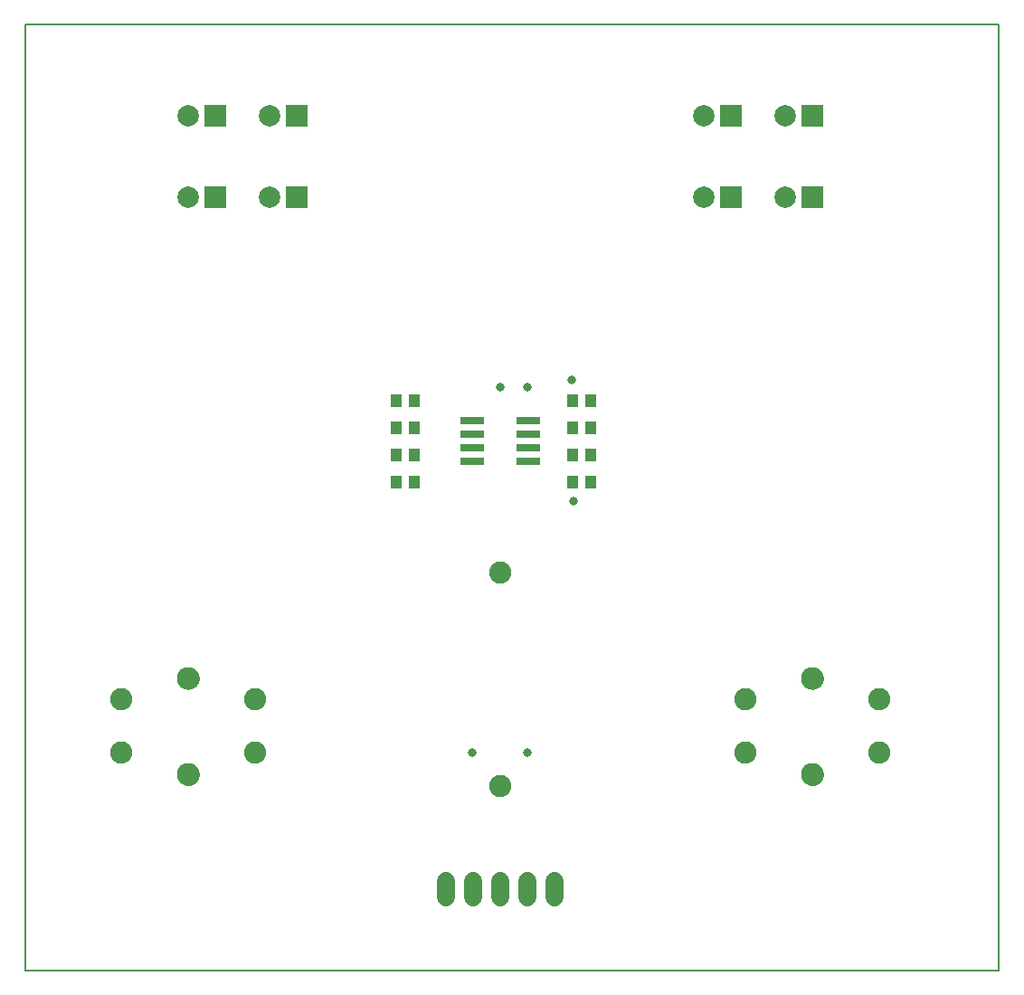
<source format=gts>
G75*
%MOIN*%
%OFA0B0*%
%FSLAX25Y25*%
%IPPOS*%
%LPD*%
%AMOC8*
5,1,8,0,0,1.08239X$1,22.5*
%
%ADD10C,0.00600*%
%ADD11C,0.08177*%
%ADD12R,0.07900X0.07900*%
%ADD13C,0.07900*%
%ADD14C,0.00000*%
%ADD15C,0.08374*%
%ADD16R,0.04437X0.04831*%
%ADD17R,0.09161X0.02862*%
%ADD18C,0.06500*%
%ADD19C,0.03278*%
D10*
X0001300Y0001300D02*
X0001300Y0350001D01*
X0360001Y0350001D01*
X0360001Y0001300D01*
X0001300Y0001300D01*
D11*
X0036694Y0081457D03*
X0036694Y0101143D03*
X0085906Y0101143D03*
X0085906Y0081457D03*
X0176300Y0069213D03*
X0176300Y0147954D03*
X0266694Y0101143D03*
X0266694Y0081457D03*
X0315906Y0081457D03*
X0315906Y0101143D03*
D12*
X0291300Y0286300D03*
X0261300Y0286300D03*
X0261300Y0316300D03*
X0291300Y0316300D03*
X0101300Y0316300D03*
X0101300Y0286300D03*
X0071300Y0286300D03*
X0071300Y0316300D03*
D13*
X0061300Y0316300D03*
X0061300Y0286300D03*
X0091300Y0286300D03*
X0091300Y0316300D03*
X0251300Y0316300D03*
X0281300Y0316300D03*
X0281300Y0286300D03*
X0251300Y0286300D03*
D14*
X0287363Y0109017D02*
X0287365Y0109142D01*
X0287371Y0109267D01*
X0287381Y0109391D01*
X0287395Y0109515D01*
X0287412Y0109639D01*
X0287434Y0109762D01*
X0287460Y0109884D01*
X0287489Y0110006D01*
X0287522Y0110126D01*
X0287560Y0110245D01*
X0287600Y0110364D01*
X0287645Y0110480D01*
X0287693Y0110595D01*
X0287745Y0110709D01*
X0287801Y0110821D01*
X0287860Y0110931D01*
X0287922Y0111039D01*
X0287988Y0111146D01*
X0288057Y0111250D01*
X0288130Y0111351D01*
X0288205Y0111451D01*
X0288284Y0111548D01*
X0288366Y0111642D01*
X0288451Y0111734D01*
X0288538Y0111823D01*
X0288629Y0111909D01*
X0288722Y0111992D01*
X0288818Y0112073D01*
X0288916Y0112150D01*
X0289016Y0112224D01*
X0289119Y0112295D01*
X0289224Y0112362D01*
X0289332Y0112427D01*
X0289441Y0112487D01*
X0289552Y0112545D01*
X0289665Y0112598D01*
X0289779Y0112648D01*
X0289895Y0112695D01*
X0290012Y0112737D01*
X0290131Y0112776D01*
X0290251Y0112812D01*
X0290372Y0112843D01*
X0290494Y0112871D01*
X0290616Y0112894D01*
X0290740Y0112914D01*
X0290864Y0112930D01*
X0290988Y0112942D01*
X0291113Y0112950D01*
X0291238Y0112954D01*
X0291362Y0112954D01*
X0291487Y0112950D01*
X0291612Y0112942D01*
X0291736Y0112930D01*
X0291860Y0112914D01*
X0291984Y0112894D01*
X0292106Y0112871D01*
X0292228Y0112843D01*
X0292349Y0112812D01*
X0292469Y0112776D01*
X0292588Y0112737D01*
X0292705Y0112695D01*
X0292821Y0112648D01*
X0292935Y0112598D01*
X0293048Y0112545D01*
X0293159Y0112487D01*
X0293269Y0112427D01*
X0293376Y0112362D01*
X0293481Y0112295D01*
X0293584Y0112224D01*
X0293684Y0112150D01*
X0293782Y0112073D01*
X0293878Y0111992D01*
X0293971Y0111909D01*
X0294062Y0111823D01*
X0294149Y0111734D01*
X0294234Y0111642D01*
X0294316Y0111548D01*
X0294395Y0111451D01*
X0294470Y0111351D01*
X0294543Y0111250D01*
X0294612Y0111146D01*
X0294678Y0111039D01*
X0294740Y0110931D01*
X0294799Y0110821D01*
X0294855Y0110709D01*
X0294907Y0110595D01*
X0294955Y0110480D01*
X0295000Y0110364D01*
X0295040Y0110245D01*
X0295078Y0110126D01*
X0295111Y0110006D01*
X0295140Y0109884D01*
X0295166Y0109762D01*
X0295188Y0109639D01*
X0295205Y0109515D01*
X0295219Y0109391D01*
X0295229Y0109267D01*
X0295235Y0109142D01*
X0295237Y0109017D01*
X0295235Y0108892D01*
X0295229Y0108767D01*
X0295219Y0108643D01*
X0295205Y0108519D01*
X0295188Y0108395D01*
X0295166Y0108272D01*
X0295140Y0108150D01*
X0295111Y0108028D01*
X0295078Y0107908D01*
X0295040Y0107789D01*
X0295000Y0107670D01*
X0294955Y0107554D01*
X0294907Y0107439D01*
X0294855Y0107325D01*
X0294799Y0107213D01*
X0294740Y0107103D01*
X0294678Y0106995D01*
X0294612Y0106888D01*
X0294543Y0106784D01*
X0294470Y0106683D01*
X0294395Y0106583D01*
X0294316Y0106486D01*
X0294234Y0106392D01*
X0294149Y0106300D01*
X0294062Y0106211D01*
X0293971Y0106125D01*
X0293878Y0106042D01*
X0293782Y0105961D01*
X0293684Y0105884D01*
X0293584Y0105810D01*
X0293481Y0105739D01*
X0293376Y0105672D01*
X0293268Y0105607D01*
X0293159Y0105547D01*
X0293048Y0105489D01*
X0292935Y0105436D01*
X0292821Y0105386D01*
X0292705Y0105339D01*
X0292588Y0105297D01*
X0292469Y0105258D01*
X0292349Y0105222D01*
X0292228Y0105191D01*
X0292106Y0105163D01*
X0291984Y0105140D01*
X0291860Y0105120D01*
X0291736Y0105104D01*
X0291612Y0105092D01*
X0291487Y0105084D01*
X0291362Y0105080D01*
X0291238Y0105080D01*
X0291113Y0105084D01*
X0290988Y0105092D01*
X0290864Y0105104D01*
X0290740Y0105120D01*
X0290616Y0105140D01*
X0290494Y0105163D01*
X0290372Y0105191D01*
X0290251Y0105222D01*
X0290131Y0105258D01*
X0290012Y0105297D01*
X0289895Y0105339D01*
X0289779Y0105386D01*
X0289665Y0105436D01*
X0289552Y0105489D01*
X0289441Y0105547D01*
X0289331Y0105607D01*
X0289224Y0105672D01*
X0289119Y0105739D01*
X0289016Y0105810D01*
X0288916Y0105884D01*
X0288818Y0105961D01*
X0288722Y0106042D01*
X0288629Y0106125D01*
X0288538Y0106211D01*
X0288451Y0106300D01*
X0288366Y0106392D01*
X0288284Y0106486D01*
X0288205Y0106583D01*
X0288130Y0106683D01*
X0288057Y0106784D01*
X0287988Y0106888D01*
X0287922Y0106995D01*
X0287860Y0107103D01*
X0287801Y0107213D01*
X0287745Y0107325D01*
X0287693Y0107439D01*
X0287645Y0107554D01*
X0287600Y0107670D01*
X0287560Y0107789D01*
X0287522Y0107908D01*
X0287489Y0108028D01*
X0287460Y0108150D01*
X0287434Y0108272D01*
X0287412Y0108395D01*
X0287395Y0108519D01*
X0287381Y0108643D01*
X0287371Y0108767D01*
X0287365Y0108892D01*
X0287363Y0109017D01*
X0287363Y0073583D02*
X0287365Y0073708D01*
X0287371Y0073833D01*
X0287381Y0073957D01*
X0287395Y0074081D01*
X0287412Y0074205D01*
X0287434Y0074328D01*
X0287460Y0074450D01*
X0287489Y0074572D01*
X0287522Y0074692D01*
X0287560Y0074811D01*
X0287600Y0074930D01*
X0287645Y0075046D01*
X0287693Y0075161D01*
X0287745Y0075275D01*
X0287801Y0075387D01*
X0287860Y0075497D01*
X0287922Y0075605D01*
X0287988Y0075712D01*
X0288057Y0075816D01*
X0288130Y0075917D01*
X0288205Y0076017D01*
X0288284Y0076114D01*
X0288366Y0076208D01*
X0288451Y0076300D01*
X0288538Y0076389D01*
X0288629Y0076475D01*
X0288722Y0076558D01*
X0288818Y0076639D01*
X0288916Y0076716D01*
X0289016Y0076790D01*
X0289119Y0076861D01*
X0289224Y0076928D01*
X0289332Y0076993D01*
X0289441Y0077053D01*
X0289552Y0077111D01*
X0289665Y0077164D01*
X0289779Y0077214D01*
X0289895Y0077261D01*
X0290012Y0077303D01*
X0290131Y0077342D01*
X0290251Y0077378D01*
X0290372Y0077409D01*
X0290494Y0077437D01*
X0290616Y0077460D01*
X0290740Y0077480D01*
X0290864Y0077496D01*
X0290988Y0077508D01*
X0291113Y0077516D01*
X0291238Y0077520D01*
X0291362Y0077520D01*
X0291487Y0077516D01*
X0291612Y0077508D01*
X0291736Y0077496D01*
X0291860Y0077480D01*
X0291984Y0077460D01*
X0292106Y0077437D01*
X0292228Y0077409D01*
X0292349Y0077378D01*
X0292469Y0077342D01*
X0292588Y0077303D01*
X0292705Y0077261D01*
X0292821Y0077214D01*
X0292935Y0077164D01*
X0293048Y0077111D01*
X0293159Y0077053D01*
X0293269Y0076993D01*
X0293376Y0076928D01*
X0293481Y0076861D01*
X0293584Y0076790D01*
X0293684Y0076716D01*
X0293782Y0076639D01*
X0293878Y0076558D01*
X0293971Y0076475D01*
X0294062Y0076389D01*
X0294149Y0076300D01*
X0294234Y0076208D01*
X0294316Y0076114D01*
X0294395Y0076017D01*
X0294470Y0075917D01*
X0294543Y0075816D01*
X0294612Y0075712D01*
X0294678Y0075605D01*
X0294740Y0075497D01*
X0294799Y0075387D01*
X0294855Y0075275D01*
X0294907Y0075161D01*
X0294955Y0075046D01*
X0295000Y0074930D01*
X0295040Y0074811D01*
X0295078Y0074692D01*
X0295111Y0074572D01*
X0295140Y0074450D01*
X0295166Y0074328D01*
X0295188Y0074205D01*
X0295205Y0074081D01*
X0295219Y0073957D01*
X0295229Y0073833D01*
X0295235Y0073708D01*
X0295237Y0073583D01*
X0295235Y0073458D01*
X0295229Y0073333D01*
X0295219Y0073209D01*
X0295205Y0073085D01*
X0295188Y0072961D01*
X0295166Y0072838D01*
X0295140Y0072716D01*
X0295111Y0072594D01*
X0295078Y0072474D01*
X0295040Y0072355D01*
X0295000Y0072236D01*
X0294955Y0072120D01*
X0294907Y0072005D01*
X0294855Y0071891D01*
X0294799Y0071779D01*
X0294740Y0071669D01*
X0294678Y0071561D01*
X0294612Y0071454D01*
X0294543Y0071350D01*
X0294470Y0071249D01*
X0294395Y0071149D01*
X0294316Y0071052D01*
X0294234Y0070958D01*
X0294149Y0070866D01*
X0294062Y0070777D01*
X0293971Y0070691D01*
X0293878Y0070608D01*
X0293782Y0070527D01*
X0293684Y0070450D01*
X0293584Y0070376D01*
X0293481Y0070305D01*
X0293376Y0070238D01*
X0293268Y0070173D01*
X0293159Y0070113D01*
X0293048Y0070055D01*
X0292935Y0070002D01*
X0292821Y0069952D01*
X0292705Y0069905D01*
X0292588Y0069863D01*
X0292469Y0069824D01*
X0292349Y0069788D01*
X0292228Y0069757D01*
X0292106Y0069729D01*
X0291984Y0069706D01*
X0291860Y0069686D01*
X0291736Y0069670D01*
X0291612Y0069658D01*
X0291487Y0069650D01*
X0291362Y0069646D01*
X0291238Y0069646D01*
X0291113Y0069650D01*
X0290988Y0069658D01*
X0290864Y0069670D01*
X0290740Y0069686D01*
X0290616Y0069706D01*
X0290494Y0069729D01*
X0290372Y0069757D01*
X0290251Y0069788D01*
X0290131Y0069824D01*
X0290012Y0069863D01*
X0289895Y0069905D01*
X0289779Y0069952D01*
X0289665Y0070002D01*
X0289552Y0070055D01*
X0289441Y0070113D01*
X0289331Y0070173D01*
X0289224Y0070238D01*
X0289119Y0070305D01*
X0289016Y0070376D01*
X0288916Y0070450D01*
X0288818Y0070527D01*
X0288722Y0070608D01*
X0288629Y0070691D01*
X0288538Y0070777D01*
X0288451Y0070866D01*
X0288366Y0070958D01*
X0288284Y0071052D01*
X0288205Y0071149D01*
X0288130Y0071249D01*
X0288057Y0071350D01*
X0287988Y0071454D01*
X0287922Y0071561D01*
X0287860Y0071669D01*
X0287801Y0071779D01*
X0287745Y0071891D01*
X0287693Y0072005D01*
X0287645Y0072120D01*
X0287600Y0072236D01*
X0287560Y0072355D01*
X0287522Y0072474D01*
X0287489Y0072594D01*
X0287460Y0072716D01*
X0287434Y0072838D01*
X0287412Y0072961D01*
X0287395Y0073085D01*
X0287381Y0073209D01*
X0287371Y0073333D01*
X0287365Y0073458D01*
X0287363Y0073583D01*
X0057363Y0073583D02*
X0057365Y0073708D01*
X0057371Y0073833D01*
X0057381Y0073957D01*
X0057395Y0074081D01*
X0057412Y0074205D01*
X0057434Y0074328D01*
X0057460Y0074450D01*
X0057489Y0074572D01*
X0057522Y0074692D01*
X0057560Y0074811D01*
X0057600Y0074930D01*
X0057645Y0075046D01*
X0057693Y0075161D01*
X0057745Y0075275D01*
X0057801Y0075387D01*
X0057860Y0075497D01*
X0057922Y0075605D01*
X0057988Y0075712D01*
X0058057Y0075816D01*
X0058130Y0075917D01*
X0058205Y0076017D01*
X0058284Y0076114D01*
X0058366Y0076208D01*
X0058451Y0076300D01*
X0058538Y0076389D01*
X0058629Y0076475D01*
X0058722Y0076558D01*
X0058818Y0076639D01*
X0058916Y0076716D01*
X0059016Y0076790D01*
X0059119Y0076861D01*
X0059224Y0076928D01*
X0059332Y0076993D01*
X0059441Y0077053D01*
X0059552Y0077111D01*
X0059665Y0077164D01*
X0059779Y0077214D01*
X0059895Y0077261D01*
X0060012Y0077303D01*
X0060131Y0077342D01*
X0060251Y0077378D01*
X0060372Y0077409D01*
X0060494Y0077437D01*
X0060616Y0077460D01*
X0060740Y0077480D01*
X0060864Y0077496D01*
X0060988Y0077508D01*
X0061113Y0077516D01*
X0061238Y0077520D01*
X0061362Y0077520D01*
X0061487Y0077516D01*
X0061612Y0077508D01*
X0061736Y0077496D01*
X0061860Y0077480D01*
X0061984Y0077460D01*
X0062106Y0077437D01*
X0062228Y0077409D01*
X0062349Y0077378D01*
X0062469Y0077342D01*
X0062588Y0077303D01*
X0062705Y0077261D01*
X0062821Y0077214D01*
X0062935Y0077164D01*
X0063048Y0077111D01*
X0063159Y0077053D01*
X0063269Y0076993D01*
X0063376Y0076928D01*
X0063481Y0076861D01*
X0063584Y0076790D01*
X0063684Y0076716D01*
X0063782Y0076639D01*
X0063878Y0076558D01*
X0063971Y0076475D01*
X0064062Y0076389D01*
X0064149Y0076300D01*
X0064234Y0076208D01*
X0064316Y0076114D01*
X0064395Y0076017D01*
X0064470Y0075917D01*
X0064543Y0075816D01*
X0064612Y0075712D01*
X0064678Y0075605D01*
X0064740Y0075497D01*
X0064799Y0075387D01*
X0064855Y0075275D01*
X0064907Y0075161D01*
X0064955Y0075046D01*
X0065000Y0074930D01*
X0065040Y0074811D01*
X0065078Y0074692D01*
X0065111Y0074572D01*
X0065140Y0074450D01*
X0065166Y0074328D01*
X0065188Y0074205D01*
X0065205Y0074081D01*
X0065219Y0073957D01*
X0065229Y0073833D01*
X0065235Y0073708D01*
X0065237Y0073583D01*
X0065235Y0073458D01*
X0065229Y0073333D01*
X0065219Y0073209D01*
X0065205Y0073085D01*
X0065188Y0072961D01*
X0065166Y0072838D01*
X0065140Y0072716D01*
X0065111Y0072594D01*
X0065078Y0072474D01*
X0065040Y0072355D01*
X0065000Y0072236D01*
X0064955Y0072120D01*
X0064907Y0072005D01*
X0064855Y0071891D01*
X0064799Y0071779D01*
X0064740Y0071669D01*
X0064678Y0071561D01*
X0064612Y0071454D01*
X0064543Y0071350D01*
X0064470Y0071249D01*
X0064395Y0071149D01*
X0064316Y0071052D01*
X0064234Y0070958D01*
X0064149Y0070866D01*
X0064062Y0070777D01*
X0063971Y0070691D01*
X0063878Y0070608D01*
X0063782Y0070527D01*
X0063684Y0070450D01*
X0063584Y0070376D01*
X0063481Y0070305D01*
X0063376Y0070238D01*
X0063268Y0070173D01*
X0063159Y0070113D01*
X0063048Y0070055D01*
X0062935Y0070002D01*
X0062821Y0069952D01*
X0062705Y0069905D01*
X0062588Y0069863D01*
X0062469Y0069824D01*
X0062349Y0069788D01*
X0062228Y0069757D01*
X0062106Y0069729D01*
X0061984Y0069706D01*
X0061860Y0069686D01*
X0061736Y0069670D01*
X0061612Y0069658D01*
X0061487Y0069650D01*
X0061362Y0069646D01*
X0061238Y0069646D01*
X0061113Y0069650D01*
X0060988Y0069658D01*
X0060864Y0069670D01*
X0060740Y0069686D01*
X0060616Y0069706D01*
X0060494Y0069729D01*
X0060372Y0069757D01*
X0060251Y0069788D01*
X0060131Y0069824D01*
X0060012Y0069863D01*
X0059895Y0069905D01*
X0059779Y0069952D01*
X0059665Y0070002D01*
X0059552Y0070055D01*
X0059441Y0070113D01*
X0059331Y0070173D01*
X0059224Y0070238D01*
X0059119Y0070305D01*
X0059016Y0070376D01*
X0058916Y0070450D01*
X0058818Y0070527D01*
X0058722Y0070608D01*
X0058629Y0070691D01*
X0058538Y0070777D01*
X0058451Y0070866D01*
X0058366Y0070958D01*
X0058284Y0071052D01*
X0058205Y0071149D01*
X0058130Y0071249D01*
X0058057Y0071350D01*
X0057988Y0071454D01*
X0057922Y0071561D01*
X0057860Y0071669D01*
X0057801Y0071779D01*
X0057745Y0071891D01*
X0057693Y0072005D01*
X0057645Y0072120D01*
X0057600Y0072236D01*
X0057560Y0072355D01*
X0057522Y0072474D01*
X0057489Y0072594D01*
X0057460Y0072716D01*
X0057434Y0072838D01*
X0057412Y0072961D01*
X0057395Y0073085D01*
X0057381Y0073209D01*
X0057371Y0073333D01*
X0057365Y0073458D01*
X0057363Y0073583D01*
X0057363Y0109017D02*
X0057365Y0109142D01*
X0057371Y0109267D01*
X0057381Y0109391D01*
X0057395Y0109515D01*
X0057412Y0109639D01*
X0057434Y0109762D01*
X0057460Y0109884D01*
X0057489Y0110006D01*
X0057522Y0110126D01*
X0057560Y0110245D01*
X0057600Y0110364D01*
X0057645Y0110480D01*
X0057693Y0110595D01*
X0057745Y0110709D01*
X0057801Y0110821D01*
X0057860Y0110931D01*
X0057922Y0111039D01*
X0057988Y0111146D01*
X0058057Y0111250D01*
X0058130Y0111351D01*
X0058205Y0111451D01*
X0058284Y0111548D01*
X0058366Y0111642D01*
X0058451Y0111734D01*
X0058538Y0111823D01*
X0058629Y0111909D01*
X0058722Y0111992D01*
X0058818Y0112073D01*
X0058916Y0112150D01*
X0059016Y0112224D01*
X0059119Y0112295D01*
X0059224Y0112362D01*
X0059332Y0112427D01*
X0059441Y0112487D01*
X0059552Y0112545D01*
X0059665Y0112598D01*
X0059779Y0112648D01*
X0059895Y0112695D01*
X0060012Y0112737D01*
X0060131Y0112776D01*
X0060251Y0112812D01*
X0060372Y0112843D01*
X0060494Y0112871D01*
X0060616Y0112894D01*
X0060740Y0112914D01*
X0060864Y0112930D01*
X0060988Y0112942D01*
X0061113Y0112950D01*
X0061238Y0112954D01*
X0061362Y0112954D01*
X0061487Y0112950D01*
X0061612Y0112942D01*
X0061736Y0112930D01*
X0061860Y0112914D01*
X0061984Y0112894D01*
X0062106Y0112871D01*
X0062228Y0112843D01*
X0062349Y0112812D01*
X0062469Y0112776D01*
X0062588Y0112737D01*
X0062705Y0112695D01*
X0062821Y0112648D01*
X0062935Y0112598D01*
X0063048Y0112545D01*
X0063159Y0112487D01*
X0063269Y0112427D01*
X0063376Y0112362D01*
X0063481Y0112295D01*
X0063584Y0112224D01*
X0063684Y0112150D01*
X0063782Y0112073D01*
X0063878Y0111992D01*
X0063971Y0111909D01*
X0064062Y0111823D01*
X0064149Y0111734D01*
X0064234Y0111642D01*
X0064316Y0111548D01*
X0064395Y0111451D01*
X0064470Y0111351D01*
X0064543Y0111250D01*
X0064612Y0111146D01*
X0064678Y0111039D01*
X0064740Y0110931D01*
X0064799Y0110821D01*
X0064855Y0110709D01*
X0064907Y0110595D01*
X0064955Y0110480D01*
X0065000Y0110364D01*
X0065040Y0110245D01*
X0065078Y0110126D01*
X0065111Y0110006D01*
X0065140Y0109884D01*
X0065166Y0109762D01*
X0065188Y0109639D01*
X0065205Y0109515D01*
X0065219Y0109391D01*
X0065229Y0109267D01*
X0065235Y0109142D01*
X0065237Y0109017D01*
X0065235Y0108892D01*
X0065229Y0108767D01*
X0065219Y0108643D01*
X0065205Y0108519D01*
X0065188Y0108395D01*
X0065166Y0108272D01*
X0065140Y0108150D01*
X0065111Y0108028D01*
X0065078Y0107908D01*
X0065040Y0107789D01*
X0065000Y0107670D01*
X0064955Y0107554D01*
X0064907Y0107439D01*
X0064855Y0107325D01*
X0064799Y0107213D01*
X0064740Y0107103D01*
X0064678Y0106995D01*
X0064612Y0106888D01*
X0064543Y0106784D01*
X0064470Y0106683D01*
X0064395Y0106583D01*
X0064316Y0106486D01*
X0064234Y0106392D01*
X0064149Y0106300D01*
X0064062Y0106211D01*
X0063971Y0106125D01*
X0063878Y0106042D01*
X0063782Y0105961D01*
X0063684Y0105884D01*
X0063584Y0105810D01*
X0063481Y0105739D01*
X0063376Y0105672D01*
X0063268Y0105607D01*
X0063159Y0105547D01*
X0063048Y0105489D01*
X0062935Y0105436D01*
X0062821Y0105386D01*
X0062705Y0105339D01*
X0062588Y0105297D01*
X0062469Y0105258D01*
X0062349Y0105222D01*
X0062228Y0105191D01*
X0062106Y0105163D01*
X0061984Y0105140D01*
X0061860Y0105120D01*
X0061736Y0105104D01*
X0061612Y0105092D01*
X0061487Y0105084D01*
X0061362Y0105080D01*
X0061238Y0105080D01*
X0061113Y0105084D01*
X0060988Y0105092D01*
X0060864Y0105104D01*
X0060740Y0105120D01*
X0060616Y0105140D01*
X0060494Y0105163D01*
X0060372Y0105191D01*
X0060251Y0105222D01*
X0060131Y0105258D01*
X0060012Y0105297D01*
X0059895Y0105339D01*
X0059779Y0105386D01*
X0059665Y0105436D01*
X0059552Y0105489D01*
X0059441Y0105547D01*
X0059331Y0105607D01*
X0059224Y0105672D01*
X0059119Y0105739D01*
X0059016Y0105810D01*
X0058916Y0105884D01*
X0058818Y0105961D01*
X0058722Y0106042D01*
X0058629Y0106125D01*
X0058538Y0106211D01*
X0058451Y0106300D01*
X0058366Y0106392D01*
X0058284Y0106486D01*
X0058205Y0106583D01*
X0058130Y0106683D01*
X0058057Y0106784D01*
X0057988Y0106888D01*
X0057922Y0106995D01*
X0057860Y0107103D01*
X0057801Y0107213D01*
X0057745Y0107325D01*
X0057693Y0107439D01*
X0057645Y0107554D01*
X0057600Y0107670D01*
X0057560Y0107789D01*
X0057522Y0107908D01*
X0057489Y0108028D01*
X0057460Y0108150D01*
X0057434Y0108272D01*
X0057412Y0108395D01*
X0057395Y0108519D01*
X0057381Y0108643D01*
X0057371Y0108767D01*
X0057365Y0108892D01*
X0057363Y0109017D01*
D15*
X0061300Y0109017D03*
X0061300Y0073583D03*
X0291300Y0073583D03*
X0291300Y0109017D03*
D16*
X0209646Y0181300D03*
X0202954Y0181300D03*
X0202954Y0191300D03*
X0209646Y0191300D03*
X0209646Y0201300D03*
X0202954Y0201300D03*
X0202954Y0211300D03*
X0209646Y0211300D03*
X0144646Y0211300D03*
X0137954Y0211300D03*
X0137954Y0201300D03*
X0144646Y0201300D03*
X0144646Y0191300D03*
X0137954Y0191300D03*
X0137954Y0181300D03*
X0144646Y0181300D03*
D17*
X0166064Y0188800D03*
X0166064Y0193800D03*
X0166064Y0198800D03*
X0166064Y0203800D03*
X0186536Y0203800D03*
X0186536Y0198800D03*
X0186536Y0193800D03*
X0186536Y0188800D03*
D18*
X0186300Y0034300D02*
X0186300Y0028300D01*
X0176300Y0028300D02*
X0176300Y0034300D01*
X0166300Y0034300D02*
X0166300Y0028300D01*
X0156300Y0028300D02*
X0156300Y0034300D01*
X0196300Y0034300D02*
X0196300Y0028300D01*
D19*
X0186457Y0081457D03*
X0166143Y0081457D03*
X0203300Y0174300D03*
X0186300Y0216300D03*
X0176300Y0216300D03*
X0202800Y0218800D03*
M02*

</source>
